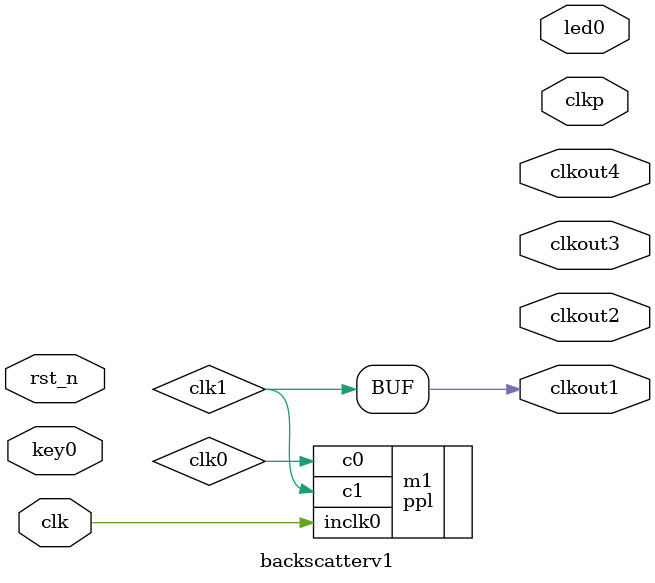
<source format=v>
module backscatterv1 (
	clk,rst_n,
	clkout1,clkout2,clkout3,clkout4,clkp,
	key0,led0
	);
 
        input 	clk,rst_n;                       //输入信号，其中clk连接到FPGA的C1脚，频率为12MHz
        output	clkout1,clkout2,clkout3,clkout4,clkp;  //输出信号，可以连接到LED观察分频的时钟
		  
		  input key0;
		  output led0;
		  
		  wire clk0; // 12 M
		  wire clk1; // 34.8 M
//		  wire[1:0] clk2;
		  
		  assign clkout1 = clk1; // M4

     ppl m1(.inclk0(clk),
				.c0(clk0),
				.c1(clk1)
//				.c2(clk2)
				);
				
				
		
//process the_proc(
//	 .clk(clk1), .rst_n(rst_n), 
//	 .sig(clkout1), .ctrl1(clkout2), .pwm(clkout3)
//);    

endmodule

</source>
